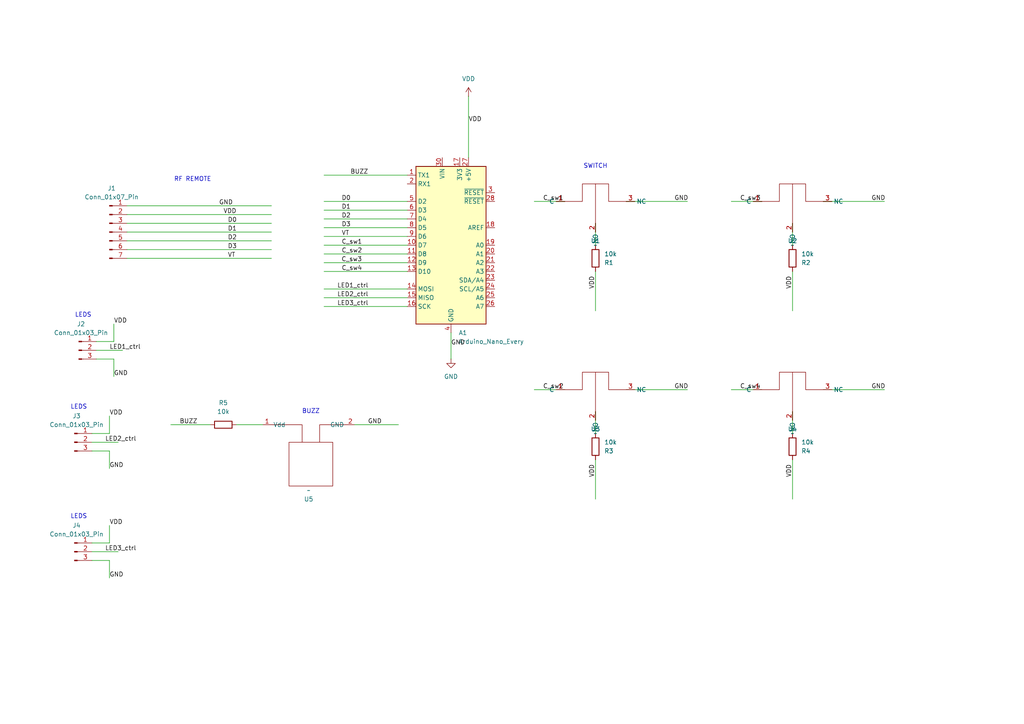
<source format=kicad_sch>
(kicad_sch (version 20231120) (generator "eeschema") (generator_version "8.0")
  (paper "A4")
  (lib_symbols
    (symbol "Connector:Conn_01x03_Pin" (pin_names (offset 1.016) hide)
      (property "Reference" "J" (at 0 5.08 0))
      (property "Value" "Conn_01x03_Pin" (at 0 -5.08 0))
      (symbol "Conn_01x03_Pin_1_1"
        (polyline (pts (xy 1.27 -2.54) (xy 0.8636 -2.54)) (stroke (width 0.1524)))
        (polyline (pts (xy 1.27 0) (xy 0.8636 0)) (stroke (width 0.1524)))
        (polyline (pts (xy 1.27 2.54) (xy 0.8636 2.54)) (stroke (width 0.1524)))
        (rectangle (start 0.8636 -2.413) (end 0 -2.667) (stroke (width 0.1524)) (fill (type outline)))
        (rectangle (start 0.8636 0.127) (end 0 -0.127) (stroke (width 0.1524)) (fill (type outline)))
        (rectangle (start 0.8636 2.667) (end 0 2.413) (stroke (width 0.1524)) (fill (type outline)))
        (pin passive line (at 5.08 2.54 180) (length 3.81) (name "Pin_1") (number "1"))
        (pin passive line (at 5.08 0 180) (length 3.81) (name "Pin_2") (number "2"))
        (pin passive line (at 5.08 -2.54 180) (length 3.81) (name "Pin_3") (number "3"))
      )
    )
    (symbol "Connector:Conn_01x07_Pin" (pin_names (offset 1.016) hide)
      (property "Reference" "J" (at 0 10.16 0))
      (property "Value" "Conn_01x07_Pin" (at 0 -10.16 0))
      (symbol "Conn_01x07_Pin_1_1"
        (polyline (pts (xy 1.27 -7.62) (xy 0.8636 -7.62)) (stroke (width 0.1524)))
        (polyline (pts (xy 1.27 -5.08) (xy 0.8636 -5.08)) (stroke (width 0.1524)))
        (polyline (pts (xy 1.27 -2.54) (xy 0.8636 -2.54)) (stroke (width 0.1524)))
        (polyline (pts (xy 1.27 0) (xy 0.8636 0)) (stroke (width 0.1524)))
        (polyline (pts (xy 1.27 2.54) (xy 0.8636 2.54)) (stroke (width 0.1524)))
        (polyline (pts (xy 1.27 5.08) (xy 0.8636 5.08)) (stroke (width 0.1524)))
        (polyline (pts (xy 1.27 7.62) (xy 0.8636 7.62)) (stroke (width 0.1524)))
        (rectangle (start 0.8636 -7.493) (end 0 -7.747) (stroke (width 0.1524)) (fill (type outline)))
        (rectangle (start 0.8636 -4.953) (end 0 -5.207) (stroke (width 0.1524)) (fill (type outline)))
        (rectangle (start 0.8636 -2.413) (end 0 -2.667) (stroke (width 0.1524)) (fill (type outline)))
        (rectangle (start 0.8636 0.127) (end 0 -0.127) (stroke (width 0.1524)) (fill (type outline)))
        (rectangle (start 0.8636 2.667) (end 0 2.413) (stroke (width 0.1524)) (fill (type outline)))
        (rectangle (start 0.8636 5.207) (end 0 4.953) (stroke (width 0.1524)) (fill (type outline)))
        (rectangle (start 0.8636 7.747) (end 0 7.493) (stroke (width 0.1524)) (fill (type outline)))
        (pin passive line (at 5.08 7.62 180) (length 3.81) (name "Pin_1") (number "1"))
        (pin passive line (at 5.08 5.08 180) (length 3.81) (name "Pin_2") (number "2"))
        (pin passive line (at 5.08 2.54 180) (length 3.81) (name "Pin_3") (number "3"))
        (pin passive line (at 5.08 0 180) (length 3.81) (name "Pin_4") (number "4"))
        (pin passive line (at 5.08 -2.54 180) (length 3.81) (name "Pin_5") (number "5"))
        (pin passive line (at 5.08 -5.08 180) (length 3.81) (name "Pin_6") (number "6"))
        (pin passive line (at 5.08 -7.62 180) (length 3.81) (name "Pin_7") (number "7"))
      )
    )
    (symbol "Device:R" (pin_numbers hide) (pin_names (offset 0))
      (property "Reference" "R" (at 2.032 0 90))
      (property "Value" "R" (at 0 0 90))
      (symbol "R_0_1"
        (rectangle (start -1.016 -2.54) (end 1.016 2.54) (stroke (width 0.254)))
      )
      (symbol "R_1_1"
        (pin passive line (at 0 3.81 270) (length 1.27) (name "~") (number "1"))
        (pin passive line (at 0 -3.81 90) (length 1.27) (name "~") (number "2"))
      )
    )
    (symbol "MCU_Module:Arduino_Nano_Every"
      (property "Reference" "A" (at -10.16 23.495 0))
      (property "Value" "Arduino_Nano_Every" (at 5.08 -24.13 0))
      (symbol "Arduino_Nano_Every_0_1"
        (rectangle (start -10.16 22.86) (end 10.16 -22.86) (stroke (width 0.254)) (fill (type background)))
      )
      (symbol "Arduino_Nano_Every_1_1"
        (pin bidirectional line (at -12.7 20.32 0) (length 2.54) (name "TX1") (number "1"))
        (pin bidirectional line (at -12.7 0 0) (length 2.54) (name "D7") (number "10"))
        (pin bidirectional line (at -12.7 -2.54 0) (length 2.54) (name "D8") (number "11"))
        (pin bidirectional line (at -12.7 -5.08 0) (length 2.54) (name "D9") (number "12"))
        (pin bidirectional line (at -12.7 -7.62 0) (length 2.54) (name "D10") (number "13"))
        (pin bidirectional line (at -12.7 -12.7 0) (length 2.54) (name "MOSI") (number "14"))
        (pin bidirectional line (at -12.7 -15.24 0) (length 2.54) (name "MISO") (number "15"))
        (pin bidirectional line (at -12.7 -17.78 0) (length 2.54) (name "SCK") (number "16"))
        (pin power_out line (at 2.54 25.4 270) (length 2.54) (name "3V3") (number "17"))
        (pin input line (at 12.7 5.08 180) (length 2.54) (name "AREF") (number "18"))
        (pin bidirectional line (at 12.7 0 180) (length 2.54) (name "A0") (number "19"))
        (pin bidirectional line (at -12.7 17.78 0) (length 2.54) (name "RX1") (number "2"))
        (pin bidirectional line (at 12.7 -2.54 180) (length 2.54) (name "A1") (number "20"))
        (pin bidirectional line (at 12.7 -5.08 180) (length 2.54) (name "A2") (number "21"))
        (pin bidirectional line (at 12.7 -7.62 180) (length 2.54) (name "A3") (number "22"))
        (pin bidirectional line (at 12.7 -10.16 180) (length 2.54) (name "SDA/A4") (number "23"))
        (pin bidirectional line (at 12.7 -12.7 180) (length 2.54) (name "SCL/A5") (number "24"))
        (pin bidirectional line (at 12.7 -15.24 180) (length 2.54) (name "A6") (number "25"))
        (pin bidirectional line (at 12.7 -17.78 180) (length 2.54) (name "A7") (number "26"))
        (pin power_out line (at 5.08 25.4 270) (length 2.54) (name "+5V") (number "27"))
        (pin input line (at 12.7 12.7 180) (length 2.54) (name "~{RESET}") (number "28"))
        (pin passive line (at 0 -25.4 90) (length 2.54) hide (name "GND") (number "29"))
        (pin input line (at 12.7 15.24 180) (length 2.54) (name "~{RESET}") (number "3"))
        (pin power_in line (at -2.54 25.4 270) (length 2.54) (name "VIN") (number "30"))
        (pin power_in line (at 0 -25.4 90) (length 2.54) (name "GND") (number "4"))
        (pin bidirectional line (at -12.7 12.7 0) (length 2.54) (name "D2") (number "5"))
        (pin bidirectional line (at -12.7 10.16 0) (length 2.54) (name "D3") (number "6"))
        (pin bidirectional line (at -12.7 7.62 0) (length 2.54) (name "D4") (number "7"))
        (pin bidirectional line (at -12.7 5.08 0) (length 2.54) (name "D5") (number "8"))
        (pin bidirectional line (at -12.7 2.54 0) (length 2.54) (name "D6") (number "9"))
      )
    )
    (symbol "Toy_needed_stuff:Buzz_PS1240"
      (property "Reference" "U" (at 0 0 0))
      (symbol "Buzz_PS1240_0_1"
        (rectangle (start -5.08 -5.08) (end 7.62 -17.78))
        (polyline (pts (xy -1.27 -17.78) (xy -1.27 -22.86) (xy -10.16 -22.86)))
        (polyline (pts (xy 3.81 -17.78) (xy 3.81 -22.86) (xy 11.43 -22.86)))
      )
      (symbol "Buzz_PS1240_1_1"
        (pin input line (at -12.7 -22.86 0) (length 2.54) (name "Vdd") (number "1"))
        (pin input line (at 13.97 -22.86 180) (length 2.54) (name "GND") (number "2"))
      )
    )
    (symbol "Toy_needed_stuff:SW_toy"
      (property "Reference" "U" (at -3.556 10.922 0))
      (symbol "SW_toy_0_1"
        (polyline (pts (xy 5.08 -5.08) (xy -6.35 -5.08)))
        (polyline (pts (xy 0 3.81) (xy 0 -1.27) (xy 5.08 -1.27) (xy 5.08 -8.89) (xy 0 -8.89) (xy 0 -13.97)))
      )
      (symbol "SW_toy_1_1"
        (pin bidirectional line (at 0 3.81 90) (length 2.54) (name "C") (number "1"))
        (pin bidirectional line (at -6.35 -5.08 180) (length 2.54) (name "NO") (number "2"))
        (pin bidirectional line (at 0 -13.97 270) (length 2.54) (name "NC") (number "3"))
      )
    )
    (symbol "power:GND" (power) (pin_numbers hide) (pin_names (offset 0) hide)
      (property "Value" "GND" (at 0 -3.81 0))
      (symbol "GND_0_1"
        (polyline (pts (xy 0 0) (xy 0 -1.27) (xy 1.27 -1.27) (xy 0 -2.54) (xy -1.27 -1.27) (xy 0 -1.27)))
      )
      (symbol "GND_1_1"
        (pin power_in line (at 0 0 270) (length 0) (name "~") (number "1"))
      )
    )
    (symbol "power:VDD" (power) (pin_numbers hide) (pin_names (offset 0) hide)
      (property "Value" "VDD" (at 0 3.556 0))
      (symbol "VDD_0_1"
        (polyline (pts (xy -0.762 1.27) (xy 0 2.54)))
        (polyline (pts (xy 0 0) (xy 0 2.54)))
        (polyline (pts (xy 0 2.54) (xy 0.762 1.27)))
      )
      (symbol "VDD_1_1"
        (pin power_in line (at 0 0 90) (length 0) (name "~") (number "1"))
      )
    )
  )
  (wire (pts (xy 36.83 72.39) (xy 78.74 72.39)))
  (wire (pts (xy 36.83 59.69) (xy 78.74 59.69)))
  (wire (pts (xy 93.98 73.66) (xy 118.11 73.66)))
  (wire (pts (xy 154.94 113.03) (xy 163.83 113.03)))
  (wire (pts (xy 93.98 68.58) (xy 118.11 68.58)))
  (wire (pts (xy 172.72 125.73) (xy 172.72 119.38)))
  (wire (pts (xy 93.98 86.36) (xy 118.11 86.36)))
  (wire (pts (xy 36.83 67.31) (xy 78.74 67.31)))
  (wire (pts (xy 130.81 96.52) (xy 130.81 104.14)))
  (wire (pts (xy 212.09 113.03) (xy 220.98 113.03)))
  (wire (pts (xy 26.67 128.27) (xy 34.29 128.27)))
  (wire (pts (xy 229.87 133.35) (xy 229.87 144.78)))
  (wire (pts (xy 181.61 58.42) (xy 199.39 58.42)))
  (wire (pts (xy 102.87 123.19) (xy 115.57 123.19)))
  (wire (pts (xy 93.98 50.8) (xy 118.11 50.8)))
  (wire (pts (xy 93.98 83.82) (xy 118.11 83.82)))
  (wire (pts (xy 68.58 123.19) (xy 76.2 123.19)))
  (wire (pts (xy 93.98 66.04) (xy 118.11 66.04)))
  (wire (pts (xy 93.98 78.74) (xy 118.11 78.74)))
  (wire (pts (xy 31.75 130.81) (xy 31.75 135.89)))
  (wire (pts (xy 238.76 58.42) (xy 256.54 58.42)))
  (wire (pts (xy 27.94 104.14) (xy 33.02 104.14)))
  (wire (pts (xy 36.83 69.85) (xy 78.74 69.85)))
  (wire (pts (xy 238.76 113.03) (xy 256.54 113.03)))
  (wire (pts (xy 26.67 162.56) (xy 31.75 162.56)))
  (wire (pts (xy 172.72 78.74) (xy 172.72 90.17)))
  (wire (pts (xy 36.83 62.23) (xy 78.74 62.23)))
  (wire (pts (xy 33.02 93.98) (xy 33.02 99.06)))
  (wire (pts (xy 93.98 71.12) (xy 118.11 71.12)))
  (wire (pts (xy 49.53 123.19) (xy 60.96 123.19)))
  (wire (pts (xy 93.98 60.96) (xy 118.11 60.96)))
  (wire (pts (xy 229.87 125.73) (xy 229.87 119.38)))
  (wire (pts (xy 93.98 58.42) (xy 118.11 58.42)))
  (wire (pts (xy 26.67 130.81) (xy 31.75 130.81)))
  (wire (pts (xy 26.67 160.02) (xy 34.29 160.02)))
  (wire (pts (xy 212.09 58.42) (xy 220.98 58.42)))
  (wire (pts (xy 31.75 152.4) (xy 31.75 157.48)))
  (wire (pts (xy 135.89 27.94) (xy 135.89 45.72)))
  (wire (pts (xy 33.02 104.14) (xy 33.02 109.22)))
  (wire (pts (xy 172.72 71.12) (xy 172.72 64.77)))
  (wire (pts (xy 31.75 120.65) (xy 31.75 125.73)))
  (wire (pts (xy 27.94 101.6) (xy 35.56 101.6)))
  (wire (pts (xy 26.67 157.48) (xy 31.75 157.48)))
  (wire (pts (xy 154.94 58.42) (xy 163.83 58.42)))
  (wire (pts (xy 229.87 78.74) (xy 229.87 90.17)))
  (wire (pts (xy 36.83 74.93) (xy 78.74 74.93)))
  (wire (pts (xy 26.67 125.73) (xy 31.75 125.73)))
  (wire (pts (xy 93.98 88.9) (xy 118.11 88.9)))
  (wire (pts (xy 93.98 63.5) (xy 118.11 63.5)))
  (wire (pts (xy 27.94 99.06) (xy 33.02 99.06)))
  (wire (pts (xy 181.61 113.03) (xy 199.39 113.03)))
  (wire (pts (xy 31.75 162.56) (xy 31.75 167.64)))
  (wire (pts (xy 229.87 71.12) (xy 229.87 64.77)))
  (wire (pts (xy 172.72 133.35) (xy 172.72 144.78)))
  (wire (pts (xy 93.98 76.2) (xy 118.11 76.2)))
  (wire (pts (xy 36.83 64.77) (xy 78.74 64.77)))
  (text "LEDS\n" (at 22.86 118.11 0) (effects (font (size 1.27 1.27))))
  (text "RF REMOTE\n" (at 55.88 52.07 0) (effects (font (size 1.27 1.27))))
  (text "BUZZ\n" (at 90.17 119.38 0) (effects (font (size 1.27 1.27))))
  (text "LEDS\n" (at 22.86 149.86 0) (effects (font (size 1.27 1.27))))
  (text "SWITCH\n" (at 172.72 48.26 0) (effects (font (size 1.27 1.27))))
  (text "LEDS\n" (at 24.13 91.44 0) (effects (font (size 1.27 1.27))))
  (label "BUZZ" (at 52.07 123.19 0))
  (label "D2" (at 66.04 69.85 0))
  (label "D3" (at 99.06 66.04 0))
  (label "D0" (at 66.04 64.77 0))
  (label "VDD" (at 64.77 62.23 0))
  (label "GND" (at 31.75 167.64 0))
  (label "VDD" (at 172.72 83.82 90))
  (label "BUZZ" (at 101.6 50.8 0))
  (label "VDD" (at 172.72 138.43 90))
  (label "VDD" (at 229.87 83.82 90))
  (label "GND" (at 106.68 123.19 0))
  (label "VDD" (at 229.87 138.43 90))
  (label "LED3_ctrl" (at 30.48 160.02 0))
  (label "D3" (at 66.04 72.39 0))
  (label "LED2_ctrl" (at 30.48 128.27 0))
  (label "VDD" (at 135.89 35.56 0))
  (label "D2" (at 99.06 63.5 0))
  (label "D1" (at 99.06 60.96 0))
  (label "LED1_ctrl" (at 97.79 83.82 0))
  (label "C_sw2" (at 99.06 73.66 0))
  (label "D1" (at 66.04 67.31 0))
  (label "LED2_ctrl" (at 97.79 86.36 0))
  (label "GND" (at 252.73 58.42 0))
  (label "GND" (at 33.02 109.22 0))
  (label "GND" (at 130.81 100.33 0))
  (label "C_sw4" (at 99.06 78.74 0))
  (label "GND" (at 63.5 59.69 0))
  (label "LED1_ctrl" (at 31.75 101.6 0))
  (label "C_sw3" (at 99.009 76.2 0))
  (label "C_sw3" (at 214.63 58.42 0))
  (label "GND" (at 195.58 113.03 0))
  (label "VDD" (at 31.75 120.65 0))
  (label "C_sw1" (at 157.48 58.42 0))
  (label "C_sw4" (at 214.63 113.03 0))
  (label "VT" (at 99.06 68.58 0))
  (label "VDD" (at 31.75 152.4 0))
  (label "GND" (at 252.73 113.03 0))
  (label "C_sw2" (at 157.48 113.03 0))
  (label "GND" (at 195.58 58.42 0))
  (label "LED3_ctrl" (at 97.79 88.9 0))
  (label "C_sw1" (at 99.06 71.12 0))
  (label "D0" (at 99.06 58.42 0))
  (label "GND" (at 31.75 135.89 0))
  (label "VT" (at 66.04 74.93 0))
  (label "VDD" (at 33.02 93.98 0))
  (symbol (lib_id "Toy_needed_stuff:SW_toy") (at 167.64 58.42 90) (unit 1)
    (property "Reference" "U1" (at 172.72 69.85 90))
    (property "Value" "~" (at 172.72 71.12 90))
    (property "Footprint" "First_cost_Library:switch" (effects (hide yes)))
  )
  (symbol (lib_id "Toy_needed_stuff:Buzz_PS1240") (at 88.9 146.05 0) (mirror x) (unit 1)
    (property "Reference" "U5" (at 89.535 144.78 0))
    (property "Value" "~" (at 89.535 142.24 0))
    (property "Footprint" "First_cost_Library:PS1240" (effects (hide yes)))
  )
  (symbol (lib_id "Device:R") (at 172.72 129.54 0) (mirror x) (unit 1)
    (property "Reference" "R3" (at 175.26 130.8101 0) (effects (justify left)))
    (property "Value" "10k" (at 175.26 128.2701 0) (effects (justify left)))
    (property "Footprint" "Resistor_THT:R_Axial_DIN0207_L6.3mm_D2.5mm_P10.16mm_Horizontal" (effects (hide yes)))
    (property "Description" "Resistor" (effects (hide yes)))
  )
  (symbol (lib_id "Toy_needed_stuff:SW_toy") (at 167.64 113.03 90) (unit 1)
    (property "Reference" "U3" (at 172.72 124.46 90))
    (property "Value" "~" (at 172.72 125.73 90))
    (property "Footprint" "First_cost_Library:switch" (effects (hide yes)))
  )
  (symbol (lib_id "power:VDD") (at 135.89 27.94 0) (unit 1)
    (property "Reference" "#PWR02" (effects (hide yes)))
    (property "Value" "VDD" (at 135.89 22.86 0))
    (property "Description" "Power symbol creates a global label with name \"VDD\"" (effects (hide yes)))
  )
  (symbol (lib_id "Device:R") (at 229.87 129.54 0) (mirror x) (unit 1)
    (property "Reference" "R4" (at 232.41 130.8101 0) (effects (justify left)))
    (property "Value" "10k" (at 232.41 128.2701 0) (effects (justify left)))
    (property "Footprint" "Resistor_THT:R_Axial_DIN0207_L6.3mm_D2.5mm_P10.16mm_Horizontal" (effects (hide yes)))
    (property "Description" "Resistor" (effects (hide yes)))
  )
  (symbol (lib_id "Connector:Conn_01x03_Pin") (at 21.59 160.02 0) (unit 1)
    (property "Reference" "J4" (at 22.225 152.4 0))
    (property "Value" "Conn_01x03_Pin" (at 22.225 154.94 0))
    (property "Footprint" "Connector_PinSocket_2.54mm:PinSocket_1x03_P2.54mm_Vertical" (effects (hide yes)))
    (property "Description" "Generic connector, single row, 01x03, script generated" (effects (hide yes)))
  )
  (symbol (lib_id "Toy_needed_stuff:SW_toy") (at 224.79 58.42 90) (unit 1)
    (property "Reference" "U2" (at 229.87 69.85 90))
    (property "Value" "~" (at 229.87 71.12 90))
    (property "Footprint" "First_cost_Library:switch" (effects (hide yes)))
  )
  (symbol (lib_id "power:GND") (at 130.81 104.14 0) (unit 1)
    (property "Reference" "#PWR01" (effects (hide yes)))
    (property "Value" "GND" (at 130.81 109.22 0))
    (property "Description" "Power symbol creates a global label with name \"GND\" , ground" (effects (hide yes)))
  )
  (symbol (lib_id "Connector:Conn_01x03_Pin") (at 22.86 101.6 0) (unit 1)
    (property "Reference" "J2" (at 23.495 93.98 0))
    (property "Value" "Conn_01x03_Pin" (at 23.495 96.52 0))
    (property "Footprint" "Connector_PinSocket_2.54mm:PinSocket_1x03_P2.54mm_Vertical" (effects (hide yes)))
    (property "Description" "Generic connector, single row, 01x03, script generated" (effects (hide yes)))
  )
  (symbol (lib_id "Toy_needed_stuff:SW_toy") (at 224.79 113.03 90) (unit 1)
    (property "Reference" "U4" (at 229.87 124.46 90))
    (property "Value" "~" (at 229.87 125.73 90))
    (property "Footprint" "First_cost_Library:switch" (effects (hide yes)))
  )
  (symbol (lib_id "Connector:Conn_01x07_Pin") (at 31.75 67.31 0) (unit 1)
    (property "Reference" "J1" (at 32.385 54.61 0))
    (property "Value" "Conn_01x07_Pin" (at 32.385 57.15 0))
    (property "Footprint" "Connector_PinSocket_2.54mm:PinSocket_1x07_P2.54mm_Vertical" (effects (hide yes)))
    (property "Description" "Generic connector, single row, 01x07, script generated" (effects (hide yes)))
  )
  (symbol (lib_id "Connector:Conn_01x03_Pin") (at 21.59 128.27 0) (unit 1)
    (property "Reference" "J3" (at 22.225 120.65 0))
    (property "Value" "Conn_01x03_Pin" (at 22.225 123.19 0))
    (property "Footprint" "Connector_PinSocket_2.54mm:PinSocket_1x03_P2.54mm_Vertical" (effects (hide yes)))
    (property "Description" "Generic connector, single row, 01x03, script generated" (effects (hide yes)))
  )
  (symbol (lib_id "Device:R") (at 229.87 74.93 0) (mirror x) (unit 1)
    (property "Reference" "R2" (at 232.41 76.2001 0) (effects (justify left)))
    (property "Value" "10k" (at 232.41 73.6601 0) (effects (justify left)))
    (property "Footprint" "Resistor_THT:R_Axial_DIN0207_L6.3mm_D2.5mm_P10.16mm_Horizontal" (effects (hide yes)))
    (property "Description" "Resistor" (effects (hide yes)))
  )
  (symbol (lib_id "Device:R") (at 64.77 123.19 270) (mirror x) (unit 1)
    (property "Reference" "R5" (at 64.77 116.84 90))
    (property "Value" "10k" (at 64.77 119.38 90))
    (property "Footprint" "Resistor_THT:R_Axial_DIN0207_L6.3mm_D2.5mm_P10.16mm_Horizontal" (effects (hide yes)))
    (property "Description" "Resistor" (effects (hide yes)))
  )
  (symbol (lib_id "Device:R") (at 172.72 74.93 0) (mirror x) (unit 1)
    (property "Reference" "R1" (at 175.26 76.2001 0) (effects (justify left)))
    (property "Value" "10k" (at 175.26 73.6601 0) (effects (justify left)))
    (property "Footprint" "Resistor_THT:R_Axial_DIN0207_L6.3mm_D2.5mm_P10.16mm_Horizontal" (effects (hide yes)))
    (property "Description" "Resistor" (effects (hide yes)))
  )
  (symbol (lib_id "MCU_Module:Arduino_Nano_Every") (at 130.81 71.12 0) (unit 1)
    (property "Reference" "A1" (at 133.0041 96.52 0) (effects (justify left)))
    (property "Value" "Arduino_Nano_Every" (at 133.0041 99.06 0) (effects (justify left)))
    (property "Footprint" "Module:Arduino_Nano" (effects (hide yes)))
    (property "Datasheet" "https://content.arduino.cc/assets/NANOEveryV3.0_sch.pdf" (effects (hide yes)))
    (property "Description" "Arduino Nano Every" (effects (hide yes)))
  )
)
</source>
